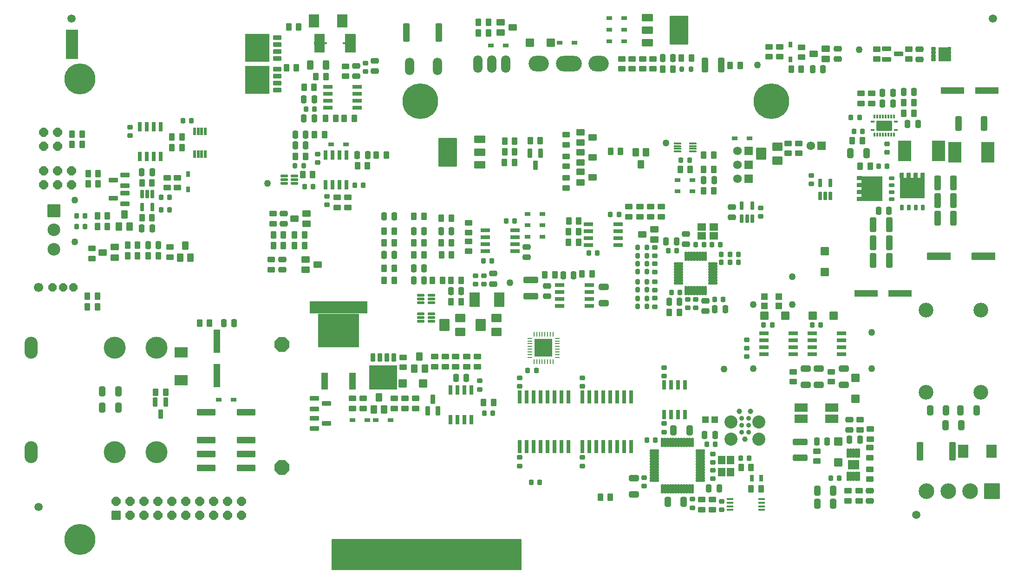
<source format=gbr>
%TF.GenerationSoftware,KiCad,Pcbnew,9.0.6-9.0.6~ubuntu24.04.1*%
%TF.CreationDate,2025-12-27T11:28:59+01:00*%
%TF.ProjectId,EEZ DIB DCP405plus,45455a20-4449-4422-9044-435034303570,r4B4*%
%TF.SameCoordinates,Original*%
%TF.FileFunction,Soldermask,Top*%
%TF.FilePolarity,Negative*%
%FSLAX46Y46*%
G04 Gerber Fmt 4.6, Leading zero omitted, Abs format (unit mm)*
G04 Created by KiCad (PCBNEW 9.0.6-9.0.6~ubuntu24.04.1) date 2025-12-27 11:28:59*
%MOMM*%
%LPD*%
G01*
G04 APERTURE LIST*
G04 Aperture macros list*
%AMRoundRect*
0 Rectangle with rounded corners*
0 $1 Rounding radius*
0 $2 $3 $4 $5 $6 $7 $8 $9 X,Y pos of 4 corners*
0 Add a 4 corners polygon primitive as box body*
4,1,4,$2,$3,$4,$5,$6,$7,$8,$9,$2,$3,0*
0 Add four circle primitives for the rounded corners*
1,1,$1+$1,$2,$3*
1,1,$1+$1,$4,$5*
1,1,$1+$1,$6,$7*
1,1,$1+$1,$8,$9*
0 Add four rect primitives between the rounded corners*
20,1,$1+$1,$2,$3,$4,$5,0*
20,1,$1+$1,$4,$5,$6,$7,0*
20,1,$1+$1,$6,$7,$8,$9,0*
20,1,$1+$1,$8,$9,$2,$3,0*%
%AMFreePoly0*
4,1,25,0.359640,0.808373,0.364542,0.803882,0.803882,0.364542,0.825910,0.317301,0.826200,0.310660,0.826200,-0.310660,0.808373,-0.359640,0.803882,-0.364542,0.364542,-0.803882,0.317301,-0.825910,0.310660,-0.826200,-0.310660,-0.826200,-0.359640,-0.808373,-0.364542,-0.803882,-0.803882,-0.364542,-0.825910,-0.317301,-0.826200,-0.310660,-0.826200,0.310660,-0.808373,0.359640,-0.803882,0.364542,
-0.364542,0.803882,-0.317301,0.825910,-0.310660,0.826200,0.310660,0.826200,0.359640,0.808373,0.359640,0.808373,$1*%
%AMFreePoly1*
4,1,25,0.328574,0.733373,0.333476,0.728882,0.728882,0.333476,0.750910,0.286235,0.751200,0.279594,0.751200,-0.279594,0.733373,-0.328574,0.728882,-0.333476,0.333476,-0.728882,0.286235,-0.750910,0.279594,-0.751200,-0.279594,-0.751200,-0.328574,-0.733373,-0.333476,-0.728882,-0.728882,-0.333476,-0.750910,-0.286235,-0.751200,-0.279594,-0.751200,0.279594,-0.733373,0.328574,-0.728882,0.333476,
-0.333476,0.728882,-0.286235,0.750910,-0.279594,0.751200,0.279594,0.751200,0.328574,0.733373,0.328574,0.733373,$1*%
%AMFreePoly2*
4,1,25,0.575031,1.328373,0.579933,1.323882,1.323882,0.579933,1.345910,0.532692,1.346200,0.526051,1.346200,-0.526051,1.328373,-0.575031,1.323882,-0.579933,0.579933,-1.323882,0.532692,-1.345910,0.526051,-1.346200,-0.526051,-1.346200,-0.575031,-1.328373,-0.579933,-1.323882,-1.323882,-0.579933,-1.345910,-0.532692,-1.346200,-0.526051,-1.346200,0.526051,-1.328373,0.575031,-1.323882,0.579933,
-0.579933,1.323882,-0.532692,1.345910,-0.526051,1.346200,0.526051,1.346200,0.575031,1.328373,0.575031,1.328373,$1*%
G04 Aperture macros list end*
%ADD10C,0.100000*%
%ADD11C,0.000000*%
%ADD12C,0.200000*%
%ADD13RoundRect,0.061553X-0.301947X0.776947X-0.301947X-0.776947X0.301947X-0.776947X0.301947X0.776947X0*%
%ADD14RoundRect,0.250000X-0.262500X-0.450000X0.262500X-0.450000X0.262500X0.450000X-0.262500X0.450000X0*%
%ADD15RoundRect,0.057285X2.101715X0.615815X-2.101715X0.615815X-2.101715X-0.615815X2.101715X-0.615815X0*%
%ADD16RoundRect,0.076200X0.571500X0.114300X-0.571500X0.114300X-0.571500X-0.114300X0.571500X-0.114300X0*%
%ADD17RoundRect,0.225000X0.250000X-0.225000X0.250000X0.225000X-0.250000X0.225000X-0.250000X-0.225000X0*%
%ADD18RoundRect,0.250000X0.262500X0.450000X-0.262500X0.450000X-0.262500X-0.450000X0.262500X-0.450000X0*%
%ADD19R,1.092200X0.762000*%
%ADD20RoundRect,0.250000X0.325000X1.100000X-0.325000X1.100000X-0.325000X-1.100000X0.325000X-1.100000X0*%
%ADD21RoundRect,0.225000X-0.225000X-0.250000X0.225000X-0.250000X0.225000X0.250000X-0.225000X0.250000X0*%
%ADD22RoundRect,0.057888X2.050312X0.564412X-2.050312X0.564412X-2.050312X-0.564412X2.050312X-0.564412X0*%
%ADD23RoundRect,0.250000X-0.450000X0.262500X-0.450000X-0.262500X0.450000X-0.262500X0.450000X0.262500X0*%
%ADD24O,1.676400X3.200400*%
%ADD25RoundRect,0.061553X0.776947X0.301947X-0.776947X0.301947X-0.776947X-0.301947X0.776947X-0.301947X0*%
%ADD26RoundRect,0.250000X-0.250000X-0.475000X0.250000X-0.475000X0.250000X0.475000X-0.250000X0.475000X0*%
%ADD27RoundRect,0.250000X-0.325000X-0.650000X0.325000X-0.650000X0.325000X0.650000X-0.325000X0.650000X0*%
%ADD28C,1.270000*%
%ADD29RoundRect,0.057888X-2.050312X-0.564412X2.050312X-0.564412X2.050312X0.564412X-2.050312X0.564412X0*%
%ADD30RoundRect,0.250000X-0.475000X0.250000X-0.475000X-0.250000X0.475000X-0.250000X0.475000X0.250000X0*%
%ADD31RoundRect,0.200000X-0.200000X-0.275000X0.200000X-0.275000X0.200000X0.275000X-0.200000X0.275000X0*%
%ADD32RoundRect,0.250000X0.325000X0.650000X-0.325000X0.650000X-0.325000X-0.650000X0.325000X-0.650000X0*%
%ADD33RoundRect,0.102000X0.800000X0.650000X-0.800000X0.650000X-0.800000X-0.650000X0.800000X-0.650000X0*%
%ADD34RoundRect,0.102000X0.800000X1.000000X-0.800000X1.000000X-0.800000X-1.000000X0.800000X-1.000000X0*%
%ADD35RoundRect,0.225000X0.225000X0.250000X-0.225000X0.250000X-0.225000X-0.250000X0.225000X-0.250000X0*%
%ADD36RoundRect,0.250000X-0.325000X-1.100000X0.325000X-1.100000X0.325000X1.100000X-0.325000X1.100000X0*%
%ADD37RoundRect,0.225000X-0.250000X0.225000X-0.250000X-0.225000X0.250000X-0.225000X0.250000X0.225000X0*%
%ADD38RoundRect,0.057573X0.971127X0.590127X-0.971127X0.590127X-0.971127X-0.590127X0.971127X-0.590127X0*%
%ADD39RoundRect,0.053238X1.610462X2.562962X-1.610462X2.562962X-1.610462X-2.562962X1.610462X-2.562962X0*%
%ADD40RoundRect,0.250000X0.450000X-0.262500X0.450000X0.262500X-0.450000X0.262500X-0.450000X-0.262500X0*%
%ADD41FreePoly0,0.000000*%
%ADD42RoundRect,0.055408X-0.708092X-0.708092X0.708092X-0.708092X0.708092X0.708092X-0.708092X0.708092X0*%
%ADD43RoundRect,0.250000X0.250000X0.475000X-0.250000X0.475000X-0.250000X-0.475000X0.250000X-0.475000X0*%
%ADD44RoundRect,0.200000X0.200000X0.275000X-0.200000X0.275000X-0.200000X-0.275000X0.200000X-0.275000X0*%
%ADD45RoundRect,0.057252X0.556248X-0.506248X0.556248X0.506248X-0.556248X0.506248X-0.556248X-0.506248X0*%
%ADD46RoundRect,0.066040X0.264160X-0.429260X0.264160X0.429260X-0.264160X0.429260X-0.264160X-0.429260X0*%
%ADD47RoundRect,0.063500X-0.317500X0.419100X-0.317500X-0.419100X0.317500X-0.419100X0.317500X0.419100X0*%
%ADD48R,4.445000X3.810000*%
%ADD49RoundRect,0.071582X0.753918X0.322118X-0.753918X0.322118X-0.753918X-0.322118X0.753918X-0.322118X0*%
%ADD50RoundRect,0.061553X0.301947X-0.776947X0.301947X0.776947X-0.301947X0.776947X-0.301947X-0.776947X0*%
%ADD51RoundRect,0.250000X0.362500X1.075000X-0.362500X1.075000X-0.362500X-1.075000X0.362500X-1.075000X0*%
%ADD52RoundRect,0.066842X-0.872958X-0.250658X0.872958X-0.250658X0.872958X0.250658X-0.872958X0.250658X0*%
%ADD53RoundRect,0.071582X-0.753918X-0.322118X0.753918X-0.322118X0.753918X0.322118X-0.753918X0.322118X0*%
%ADD54RoundRect,0.057252X0.506248X0.706248X-0.506248X0.706248X-0.506248X-0.706248X0.506248X-0.706248X0*%
%ADD55RoundRect,0.071582X-0.322118X0.753918X-0.322118X-0.753918X0.322118X-0.753918X0.322118X0.753918X0*%
%ADD56O,3.704000X2.844000*%
%ADD57O,4.704000X2.844000*%
%ADD58RoundRect,0.078509X0.734291X-0.137391X0.734291X0.137391X-0.734291X0.137391X-0.734291X-0.137391X0*%
%ADD59RoundRect,0.078509X-0.137391X-0.734291X0.137391X-0.734291X0.137391X0.734291X-0.137391X0.734291X0*%
%ADD60RoundRect,0.062345X0.280555X-1.156855X0.280555X1.156855X-0.280555X1.156855X-0.280555X-1.156855X0*%
%ADD61RoundRect,0.072571X0.181429X-0.619579X0.181429X0.619579X-0.181429X0.619579X-0.181429X-0.619579X0*%
%ADD62RoundRect,0.055408X-0.708092X0.708092X-0.708092X-0.708092X0.708092X-0.708092X0.708092X0.708092X0*%
%ADD63RoundRect,0.057252X-0.706248X0.506248X-0.706248X-0.506248X0.706248X-0.506248X0.706248X0.506248X0*%
%ADD64R,0.762000X1.295400*%
%ADD65RoundRect,0.072571X-0.587829X-0.181429X0.587829X-0.181429X0.587829X0.181429X-0.587829X0.181429X0*%
%ADD66RoundRect,0.061860X0.364340X0.714340X-0.364340X0.714340X-0.364340X-0.714340X0.364340X-0.714340X0*%
%ADD67RoundRect,0.052600X2.523600X2.173600X-2.523600X2.173600X-2.523600X-2.173600X2.523600X-2.173600X0*%
%ADD68RoundRect,0.054384X-1.109116X0.909116X-1.109116X-0.909116X1.109116X-0.909116X1.109116X0.909116X0*%
%ADD69RoundRect,0.102000X0.700000X-0.600000X0.700000X0.600000X-0.700000X0.600000X-0.700000X-0.600000X0*%
%ADD70RoundRect,0.250000X0.475000X-0.250000X0.475000X0.250000X-0.475000X0.250000X-0.475000X-0.250000X0*%
%ADD71RoundRect,0.062345X0.280555X-0.661555X0.280555X0.661555X-0.280555X0.661555X-0.280555X-0.661555X0*%
%ADD72C,2.387600*%
%ADD73C,0.990600*%
%ADD74RoundRect,0.457200X0.000010X-0.000010X0.000010X0.000010X-0.000010X0.000010X-0.000010X-0.000010X0*%
%ADD75RoundRect,0.083058X-0.293142X0.113142X-0.293142X-0.113142X0.293142X-0.113142X0.293142X0.113142X0*%
%ADD76RoundRect,0.083058X-0.113142X-0.293142X0.113142X-0.293142X0.113142X0.293142X-0.113142X0.293142X0*%
%ADD77RoundRect,0.083058X0.113142X0.293142X-0.113142X0.293142X-0.113142X-0.293142X0.113142X-0.293142X0*%
%ADD78RoundRect,0.083058X0.293142X-0.113142X0.293142X0.113142X-0.293142X0.113142X-0.293142X-0.113142X0*%
%ADD79RoundRect,0.055354X-1.370846X0.870846X-1.370846X-0.870846X1.370846X-0.870846X1.370846X0.870846X0*%
%ADD80RoundRect,0.250000X-0.650000X0.325000X-0.650000X-0.325000X0.650000X-0.325000X0.650000X0.325000X0*%
%ADD81RoundRect,0.076200X0.750000X0.750000X-0.750000X0.750000X-0.750000X-0.750000X0.750000X-0.750000X0*%
%ADD82FreePoly0,180.000000*%
%ADD83RoundRect,0.055408X0.708092X-0.708092X0.708092X0.708092X-0.708092X0.708092X-0.708092X-0.708092X0*%
%ADD84C,1.500000*%
%ADD85RoundRect,0.057252X-0.506248X-0.706248X0.506248X-0.706248X0.506248X0.706248X-0.506248X0.706248X0*%
%ADD86RoundRect,0.102000X-1.050000X1.050000X-1.050000X-1.050000X1.050000X-1.050000X1.050000X1.050000X0*%
%ADD87C,2.304000*%
%ADD88RoundRect,0.057252X-0.506248X-0.556248X0.506248X-0.556248X0.506248X0.556248X-0.506248X0.556248X0*%
%ADD89RoundRect,0.061553X-0.776947X-0.301947X0.776947X-0.301947X0.776947X0.301947X-0.776947X0.301947X0*%
%ADD90RoundRect,0.071582X0.322118X-0.753918X0.322118X0.753918X-0.322118X0.753918X-0.322118X-0.753918X0*%
%ADD91RoundRect,0.250000X0.650000X-0.325000X0.650000X0.325000X-0.650000X0.325000X-0.650000X-0.325000X0*%
%ADD92RoundRect,0.250000X-0.362500X-1.425000X0.362500X-1.425000X0.362500X1.425000X-0.362500X1.425000X0*%
%ADD93RoundRect,0.058542X-1.597658X-0.517658X1.597658X-0.517658X1.597658X0.517658X-1.597658X0.517658X0*%
%ADD94RoundRect,0.061860X0.714340X-0.364340X0.714340X0.364340X-0.714340X0.364340X-0.714340X-0.364340X0*%
%ADD95RoundRect,0.052600X2.173600X-2.523600X2.173600X2.523600X-2.173600X2.523600X-2.173600X-2.523600X0*%
%ADD96RoundRect,0.250000X0.362500X1.425000X-0.362500X1.425000X-0.362500X-1.425000X0.362500X-1.425000X0*%
%ADD97R,0.762000X1.092200*%
%ADD98RoundRect,0.057252X0.706248X-0.506248X0.706248X0.506248X-0.706248X0.506248X-0.706248X-0.506248X0*%
%ADD99RoundRect,0.102000X-0.600000X-0.700000X0.600000X-0.700000X0.600000X0.700000X-0.600000X0.700000X0*%
%ADD100C,1.700000*%
%ADD101FreePoly1,180.000000*%
%ADD102C,5.652400*%
%ADD103RoundRect,0.057888X-0.564412X2.050312X-0.564412X-2.050312X0.564412X-2.050312X0.564412X2.050312X0*%
%ADD104RoundRect,0.066040X0.429260X0.264160X-0.429260X0.264160X-0.429260X-0.264160X0.429260X-0.264160X0*%
%ADD105RoundRect,0.063500X-0.419100X-0.317500X0.419100X-0.317500X0.419100X0.317500X-0.419100X0.317500X0*%
%ADD106R,3.810000X4.445000*%
%ADD107RoundRect,0.102000X1.320000X1.320000X-1.320000X1.320000X-1.320000X-1.320000X1.320000X-1.320000X0*%
%ADD108C,2.844000*%
%ADD109RoundRect,0.102000X-0.350000X-0.210000X0.350000X-0.210000X0.350000X0.210000X-0.350000X0.210000X0*%
%ADD110RoundRect,0.102000X-0.850000X-1.185000X0.850000X-1.185000X0.850000X1.185000X-0.850000X1.185000X0*%
%ADD111RoundRect,0.102000X-0.225000X-0.210000X0.225000X-0.210000X0.225000X0.210000X-0.225000X0.210000X0*%
%ADD112RoundRect,0.076200X0.419100X0.254000X-0.419100X0.254000X-0.419100X-0.254000X0.419100X-0.254000X0*%
%ADD113RoundRect,0.076200X0.889000X0.673100X-0.889000X0.673100X-0.889000X-0.673100X0.889000X-0.673100X0*%
%ADD114RoundRect,0.081280X0.629920X0.121920X-0.629920X0.121920X-0.629920X-0.121920X0.629920X-0.121920X0*%
%ADD115RoundRect,0.076200X-0.889000X-0.673100X0.889000X-0.673100X0.889000X0.673100X-0.889000X0.673100X0*%
%ADD116RoundRect,0.076200X-0.419100X-0.254000X0.419100X-0.254000X0.419100X0.254000X-0.419100X0.254000X0*%
%ADD117RoundRect,0.081280X-0.629920X-0.121920X0.629920X-0.121920X0.629920X0.121920X-0.629920X0.121920X0*%
%ADD118RoundRect,0.102000X0.679000X0.679000X-0.679000X0.679000X-0.679000X-0.679000X0.679000X-0.679000X0*%
%ADD119C,1.562000*%
%ADD120RoundRect,0.250000X-1.100000X0.325000X-1.100000X-0.325000X1.100000X-0.325000X1.100000X0.325000X0*%
%ADD121RoundRect,0.054384X0.909116X1.109116X-0.909116X1.109116X-0.909116X-1.109116X0.909116X-1.109116X0*%
%ADD122R,1.300000X3.100000*%
%ADD123R,10.600000X2.250000*%
%ADD124R,7.500000X6.200000*%
%ADD125RoundRect,0.056330X-1.169870X-0.719870X1.169870X-0.719870X1.169870X0.719870X-1.169870X0.719870X0*%
%ADD126RoundRect,0.054166X1.172034X-1.772034X1.172034X1.772034X-1.172034X1.772034X-1.172034X-1.772034X0*%
%ADD127RoundRect,0.055408X0.708092X0.708092X-0.708092X0.708092X-0.708092X-0.708092X0.708092X-0.708092X0*%
%ADD128RoundRect,0.062345X-0.280555X0.661555X-0.280555X-0.661555X0.280555X-0.661555X0.280555X0.661555X0*%
%ADD129FreePoly2,0.000000*%
%ADD130RoundRect,0.057573X-0.971127X-0.590127X0.971127X-0.590127X0.971127X0.590127X-0.971127X0.590127X0*%
%ADD131RoundRect,0.053238X-1.610462X-2.562962X1.610462X-2.562962X1.610462X2.562962X-1.610462X2.562962X0*%
%ADD132C,2.692400*%
%ADD133RoundRect,0.078509X0.137391X-0.772391X0.137391X0.772391X-0.137391X0.772391X-0.137391X-0.772391X0*%
%ADD134RoundRect,0.055716X0.960284X-0.807884X0.960284X0.807884X-0.960284X0.807884X-0.960284X-0.807884X0*%
%ADD135RoundRect,0.250000X0.312500X0.625000X-0.312500X0.625000X-0.312500X-0.625000X0.312500X-0.625000X0*%
%ADD136R,0.914400X0.254000*%
%ADD137R,0.254000X0.914400*%
%ADD138R,3.251200X3.251200*%
%ADD139RoundRect,0.058000X-0.764000X-0.174000X0.764000X-0.174000X0.764000X0.174000X-0.764000X0.174000X0*%
%ADD140RoundRect,0.058000X-0.174000X-0.764000X0.174000X-0.764000X0.174000X0.764000X-0.174000X0.764000X0*%
%ADD141C,4.000000*%
%ADD142O,2.400000X4.000000*%
%ADD143RoundRect,0.054384X-0.909116X-1.109116X0.909116X-1.109116X0.909116X1.109116X-0.909116X1.109116X0*%
%ADD144C,6.500000*%
%ADD145R,1.168400X0.304800*%
G04 APERTURE END LIST*
D10*
X66998850Y-53955950D02*
X69094350Y-53955950D01*
X69094350Y-59226450D01*
X66998850Y-59226450D01*
X66998850Y-53955950D01*
G36*
X66998850Y-53955950D02*
G01*
X69094350Y-53955950D01*
X69094350Y-59226450D01*
X66998850Y-59226450D01*
X66998850Y-53955950D01*
G37*
D11*
%TO.C,Q5*%
G36*
X219712588Y-80976482D02*
G01*
X220347588Y-80976482D01*
X220347588Y-80163682D01*
X220982588Y-80163682D01*
X220982588Y-80976482D01*
X221617588Y-80976482D01*
X221617588Y-80163682D01*
X222252588Y-80163682D01*
X222252588Y-80976482D01*
X222887588Y-80976482D01*
X222887588Y-80163682D01*
X223522588Y-80163682D01*
X223522588Y-84761091D01*
X219077588Y-84761091D01*
X219077588Y-80163682D01*
X219712588Y-80163682D01*
X219712588Y-80976482D01*
G37*
D12*
%TO.C,X1*%
X149950000Y-152450000D02*
X115450000Y-152450000D01*
X115450000Y-146950000D01*
X149950000Y-146950000D01*
X149950000Y-152450000D01*
G36*
X149950000Y-152450000D02*
G01*
X115450000Y-152450000D01*
X115450000Y-146950000D01*
X149950000Y-146950000D01*
X149950000Y-152450000D01*
G37*
D11*
%TO.C,Q4*%
G36*
X215834897Y-85209782D02*
G01*
X211237488Y-85209782D01*
X211237488Y-84574782D01*
X212050288Y-84574782D01*
X212050288Y-83939782D01*
X211237488Y-83939782D01*
X211237488Y-83304782D01*
X212050288Y-83304782D01*
X212050288Y-82669782D01*
X211237488Y-82669782D01*
X211237488Y-82034782D01*
X212050288Y-82034782D01*
X212050288Y-81399782D01*
X211237488Y-81399782D01*
X211237488Y-80764782D01*
X215834897Y-80764782D01*
X215834897Y-85209782D01*
G37*
%TO.C,R93*%
D10*
X119746600Y-58030500D02*
X117905100Y-58030500D01*
X117905100Y-54855500D01*
X119746600Y-54855500D01*
X119746600Y-58030500D01*
%TD*%
D13*
%TO.C,IC27*%
X140906400Y-119717300D03*
X139636400Y-119717300D03*
X138366400Y-119717300D03*
X137096400Y-119717300D03*
X137096400Y-125117300D03*
X138366400Y-125117300D03*
X139636400Y-125117300D03*
X140906400Y-125117300D03*
%TD*%
D14*
%TO.C,R72*%
X142195600Y-52633000D03*
X144020600Y-52633000D03*
%TD*%
D15*
%TO.C,C81*%
X234317588Y-95306282D03*
X226189588Y-95306282D03*
%TD*%
D16*
%TO.C,IC8*%
X181246200Y-76204900D03*
X181246200Y-75704900D03*
X181246200Y-75204900D03*
X181246200Y-74704900D03*
X178503000Y-74704900D03*
X178503000Y-75204900D03*
X178503000Y-75704900D03*
X178503000Y-76204900D03*
%TD*%
D17*
%TO.C,C21*%
X176030000Y-127380000D03*
X176030000Y-125830000D03*
%TD*%
D18*
%TO.C,R74*%
X125397500Y-76849900D03*
X123572500Y-76849900D03*
%TD*%
D19*
%TO.C,D3*%
X178498100Y-83453900D03*
X181215900Y-83453900D03*
%TD*%
D14*
%TO.C,R73*%
X142195600Y-54595150D03*
X144020600Y-54595150D03*
%TD*%
D20*
%TO.C,C91*%
X186435500Y-60466900D03*
X183485500Y-60466900D03*
%TD*%
D21*
%TO.C,JP3*%
X151790554Y-136568815D03*
X153340554Y-136568815D03*
%TD*%
D22*
%TO.C,C83*%
X234838288Y-65080282D03*
X228589888Y-65080282D03*
%TD*%
D23*
%TO.C,R60*%
X172110000Y-59302900D03*
X172110000Y-61127900D03*
%TD*%
D24*
%TO.C,R77*%
X134726100Y-60697500D03*
X129646100Y-60697500D03*
%TD*%
D23*
%TO.C,R30*%
X213529600Y-130206500D03*
X213529600Y-132031500D03*
%TD*%
D14*
%TO.C,R22*%
X70893300Y-104521000D03*
X72718300Y-104521000D03*
%TD*%
%TO.C,R53*%
X175769500Y-61165400D03*
X177594500Y-61165400D03*
%TD*%
D25*
%TO.C,IC17*%
X120096950Y-68249000D03*
X120096950Y-66979000D03*
X120096950Y-65709000D03*
X120096950Y-64439000D03*
X114696950Y-64439000D03*
X114696950Y-65709000D03*
X114696950Y-66979000D03*
X114696950Y-68249000D03*
%TD*%
D26*
%TO.C,C102*%
X135369950Y-90733000D03*
X137269950Y-90733000D03*
%TD*%
D27*
%TO.C,C26*%
X176670000Y-140080000D03*
X179620000Y-140080000D03*
%TD*%
D28*
%TO.C,TP2*%
X147900000Y-100160000D03*
%TD*%
D21*
%TO.C,JP1*%
X188030000Y-96390000D03*
X189580000Y-96390000D03*
X186480000Y-96390000D03*
%TD*%
D29*
%TO.C,C76*%
X212824688Y-102045782D03*
X219073088Y-102045782D03*
%TD*%
D18*
%TO.C,R126*%
X69937000Y-73025000D03*
X68112000Y-73025000D03*
%TD*%
D14*
%TO.C,R95*%
X124993600Y-99686500D03*
X126818600Y-99686500D03*
%TD*%
D30*
%TO.C,C99*%
X150964500Y-93616400D03*
X150964500Y-95516400D03*
%TD*%
D31*
%TO.C,R69*%
X108699800Y-78765400D03*
X110349800Y-78765400D03*
%TD*%
D23*
%TO.C,R24*%
X203923500Y-130864900D03*
X203923500Y-132689900D03*
%TD*%
D32*
%TO.C,C37*%
X206876600Y-140453500D03*
X203926600Y-140453500D03*
%TD*%
D33*
%TO.C,RV1*%
X196649000Y-77831000D03*
D34*
X193749000Y-76581000D03*
D33*
X196649000Y-75331000D03*
%TD*%
D35*
%TO.C,JP12*%
X144791900Y-123966700D03*
X143241900Y-123966700D03*
%TD*%
%TO.C,C89*%
X112295000Y-68440000D03*
X110745000Y-68440000D03*
%TD*%
D36*
%TO.C,C71*%
X214110088Y-96068282D03*
X217060088Y-96068282D03*
%TD*%
D26*
%TO.C,C69*%
X215841588Y-65524782D03*
X217741588Y-65524782D03*
%TD*%
D37*
%TO.C,C18*%
X149733000Y-117462000D03*
X149733000Y-119012000D03*
%TD*%
D19*
%TO.C,D15*%
X159689400Y-56402900D03*
X156971600Y-56402900D03*
%TD*%
D18*
%TO.C,R97*%
X126818450Y-90733000D03*
X124993450Y-90733000D03*
%TD*%
D19*
%TO.C,D21*%
X97561400Y-121467000D03*
X94843600Y-121467000D03*
%TD*%
D37*
%TO.C,C17*%
X161086800Y-117462000D03*
X161086800Y-119012000D03*
%TD*%
D28*
%TO.C,TP12*%
X193040000Y-60452000D03*
%TD*%
D38*
%TO.C,Q15*%
X142378000Y-78629900D03*
X142378000Y-76318500D03*
D39*
X136612200Y-76318500D03*
D38*
X142378000Y-74007100D03*
%TD*%
D40*
%TO.C,R47*%
X197121200Y-58943000D03*
X197121200Y-57118000D03*
%TD*%
D14*
%TO.C,R62*%
X112269500Y-73130800D03*
X114094500Y-73130800D03*
%TD*%
D41*
%TO.C,LED2*%
X65470000Y-79730000D03*
X65470000Y-82270000D03*
X62930000Y-79730000D03*
X62930000Y-82270000D03*
X68010000Y-79730000D03*
X68010000Y-82270000D03*
%TD*%
D42*
%TO.C,ZD7*%
X132125800Y-118474000D03*
X128325800Y-118474000D03*
%TD*%
D18*
%TO.C,R36*%
X221560388Y-69254382D03*
X219735388Y-69254382D03*
%TD*%
D14*
%TO.C,R81*%
X110388450Y-64507500D03*
X112213450Y-64507500D03*
%TD*%
D43*
%TO.C,C5*%
X178280000Y-92560000D03*
X176380000Y-92560000D03*
%TD*%
%TO.C,C108*%
X132253450Y-97527500D03*
X130353450Y-97527500D03*
%TD*%
D44*
%TO.C,R54*%
X180936000Y-61165400D03*
X179286000Y-61165400D03*
%TD*%
D45*
%TO.C,FB2*%
X194310000Y-104380400D03*
X194310000Y-102680400D03*
%TD*%
D21*
%TO.C,C57*%
X151167800Y-116128800D03*
X152717800Y-116128800D03*
%TD*%
D26*
%TO.C,C86*%
X110350950Y-70159000D03*
X112250950Y-70159000D03*
%TD*%
D46*
%TO.C,Q5*%
X219395088Y-86407782D03*
X220665088Y-86407782D03*
X221935088Y-86407782D03*
X223205088Y-86407782D03*
D47*
X223205088Y-80582782D03*
X221935088Y-80582782D03*
X220665088Y-80582782D03*
D48*
X221300088Y-82860282D03*
D47*
X219395088Y-80582782D03*
%TD*%
D49*
%TO.C,Q26*%
X77766400Y-85725700D03*
X77766400Y-83795300D03*
X75607400Y-84760500D03*
%TD*%
D50*
%TO.C,IC4*%
X176040000Y-124200000D03*
X177310000Y-124200000D03*
X178580000Y-124200000D03*
X179850000Y-124200000D03*
X179850000Y-118800000D03*
X178580000Y-118800000D03*
X177310000Y-118800000D03*
X176040000Y-118800000D03*
%TD*%
D23*
%TO.C,R131*%
X140022400Y-113630800D03*
X140022400Y-115455800D03*
%TD*%
D28*
%TO.C,TP3*%
X199390000Y-99060000D03*
%TD*%
D43*
%TO.C,C100*%
X139024000Y-101667700D03*
X137124000Y-101667700D03*
%TD*%
D26*
%TO.C,C127*%
X183245000Y-81421900D03*
X185145000Y-81421900D03*
%TD*%
D37*
%TO.C,C29*%
X181190000Y-139620000D03*
X181190000Y-141170000D03*
%TD*%
D23*
%TO.C,R111*%
X104423900Y-95916500D03*
X104423900Y-97741500D03*
%TD*%
D32*
%TO.C,C121*%
X76517500Y-119951500D03*
X73567500Y-119951500D03*
%TD*%
D14*
%TO.C,R71*%
X137161500Y-103646900D03*
X138986500Y-103646900D03*
%TD*%
%TO.C,R27*%
X161047500Y-98506600D03*
X162872500Y-98506600D03*
%TD*%
D20*
%TO.C,C80*%
X228807588Y-85146282D03*
X225857588Y-85146282D03*
%TD*%
D51*
%TO.C,R45*%
X234344088Y-71112782D03*
X229719088Y-71112782D03*
%TD*%
D52*
%TO.C,IC7*%
X141490300Y-102237200D03*
X141490300Y-102872200D03*
X141490300Y-103532600D03*
X141490300Y-104167600D03*
X145960700Y-104167600D03*
X145960700Y-103532600D03*
X145960700Y-102872200D03*
X145960700Y-102237200D03*
%TD*%
D53*
%TO.C,Q1*%
X112310600Y-121200300D03*
X112310600Y-123130700D03*
X114469600Y-122165500D03*
%TD*%
D54*
%TO.C,Q13*%
X172760100Y-76317050D03*
X171810100Y-78517050D03*
X170860100Y-76317050D03*
%TD*%
D28*
%TO.C,TP5*%
X192278000Y-104140000D03*
%TD*%
D21*
%TO.C,C104*%
X110505000Y-82590000D03*
X112055000Y-82590000D03*
%TD*%
D17*
%TO.C,C4*%
X174351027Y-98214195D03*
X174351027Y-96664195D03*
%TD*%
D37*
%TO.C,C1*%
X174351027Y-99976595D03*
X174351027Y-101526595D03*
%TD*%
D55*
%TO.C,Q3*%
X153502921Y-76521700D03*
X151572521Y-76521700D03*
X152537721Y-78680700D03*
%TD*%
D56*
%TO.C,Q14*%
X164098000Y-60212900D03*
D57*
X158648000Y-60212900D03*
D56*
X153198000Y-60212900D03*
%TD*%
D23*
%TO.C,R140*%
X121175200Y-121240300D03*
X121175200Y-123065300D03*
%TD*%
D18*
%TO.C,R87*%
X137272000Y-95074400D03*
X135447000Y-95074400D03*
%TD*%
D30*
%TO.C,C88*%
X123310000Y-59660000D03*
X123310000Y-61560000D03*
%TD*%
D43*
%TO.C,C125*%
X139956400Y-117527800D03*
X138056400Y-117527800D03*
%TD*%
D17*
%TO.C,C15*%
X181820000Y-104734195D03*
X181820000Y-103184195D03*
%TD*%
D37*
%TO.C,JP6*%
X191071500Y-112077500D03*
X191071500Y-113627500D03*
X191071500Y-110527500D03*
%TD*%
D44*
%TO.C,R3*%
X172890027Y-95211295D03*
X171240027Y-95211295D03*
%TD*%
D58*
%TO.C,IC5*%
X182651400Y-136245600D03*
X182651400Y-135763000D03*
X182651400Y-135255000D03*
X182651400Y-134747000D03*
X182651400Y-134264400D03*
X182651400Y-133756400D03*
X182651400Y-133248400D03*
X182651400Y-132740400D03*
X182651400Y-132257800D03*
X182651400Y-131749800D03*
X182651400Y-131241800D03*
X182651400Y-130759200D03*
D59*
X181178200Y-129286000D03*
X180695600Y-129286000D03*
X180187600Y-129286000D03*
X179679600Y-129286000D03*
X179197000Y-129286000D03*
X178689000Y-129286000D03*
X178181000Y-129286000D03*
X177673000Y-129286000D03*
X177190400Y-129286000D03*
X176682400Y-129286000D03*
X176174400Y-129286000D03*
X175691800Y-129286000D03*
D58*
X174218600Y-130759200D03*
X174218600Y-131241800D03*
X174218600Y-131749800D03*
X174218600Y-132257800D03*
X174218600Y-132740400D03*
X174218600Y-133248400D03*
X174218600Y-133756400D03*
X174218600Y-134264400D03*
X174218600Y-134747000D03*
X174218600Y-135255000D03*
X174218600Y-135763000D03*
X174218600Y-136245600D03*
D59*
X175691800Y-137718800D03*
X176174400Y-137718800D03*
X176682400Y-137718800D03*
X177190400Y-137718800D03*
X177673000Y-137718800D03*
X178181000Y-137718800D03*
X178689000Y-137718800D03*
X179197000Y-137718800D03*
X179679600Y-137718800D03*
X180187600Y-137718800D03*
X180695600Y-137718800D03*
X181178200Y-137718800D03*
%TD*%
D40*
%TO.C,R56*%
X168300000Y-61127900D03*
X168300000Y-59302900D03*
%TD*%
%TO.C,R10*%
X184810000Y-141512500D03*
X184810000Y-139687500D03*
%TD*%
D60*
%TO.C,IC2*%
X161086800Y-130022600D03*
X162356800Y-130022600D03*
X163626800Y-130022600D03*
X164896800Y-130022600D03*
X166166800Y-130022600D03*
X167436800Y-130022600D03*
X168706800Y-130022600D03*
X169976800Y-130022600D03*
X169976800Y-120980200D03*
X168706800Y-120980200D03*
X167436800Y-120980200D03*
X166166800Y-120980200D03*
X164896800Y-120980200D03*
X163626800Y-120980200D03*
X162356800Y-120980200D03*
X161086800Y-120980200D03*
%TD*%
D18*
%TO.C,R65*%
X138986500Y-99699200D03*
X137161500Y-99699200D03*
%TD*%
D17*
%TO.C,C11*%
X161086800Y-133540800D03*
X161086800Y-131990800D03*
%TD*%
D14*
%TO.C,R118*%
X91340300Y-107467400D03*
X93165300Y-107467400D03*
%TD*%
D40*
%TO.C,R124*%
X173570500Y-88112900D03*
X173570500Y-86287900D03*
%TD*%
D61*
%TO.C,IC21*%
X90423000Y-76655750D03*
X91073000Y-76655750D03*
X91723000Y-76655750D03*
X92373000Y-76655750D03*
X92373000Y-72528250D03*
X91723000Y-72528250D03*
X91073000Y-72528250D03*
X90423000Y-72528250D03*
%TD*%
D62*
%TO.C,D9*%
X205333600Y-98200000D03*
X205333600Y-94400000D03*
%TD*%
D40*
%TO.C,R133*%
X141990900Y-115455800D03*
X141990900Y-113630800D03*
%TD*%
D36*
%TO.C,C72*%
X214110088Y-92829782D03*
X217060088Y-92829782D03*
%TD*%
D63*
%TO.C,Q9*%
X160804100Y-72676100D03*
X163004100Y-73626100D03*
X160804100Y-74576100D03*
%TD*%
D37*
%TO.C,C40*%
X143154000Y-98871400D03*
X143154000Y-100421400D03*
%TD*%
D21*
%TO.C,C93*%
X147228950Y-88891500D03*
X148778950Y-88891500D03*
%TD*%
D64*
%TO.C,D1*%
X193715500Y-135750000D03*
X192064500Y-135750000D03*
%TD*%
D18*
%TO.C,R117*%
X88119500Y-73512500D03*
X86294500Y-73512500D03*
%TD*%
%TO.C,R75*%
X116163150Y-70171700D03*
X114338150Y-70171700D03*
%TD*%
D40*
%TO.C,R17*%
X211561100Y-139905500D03*
X211561100Y-138080500D03*
%TD*%
D43*
%TO.C,C115*%
X82696000Y-79989500D03*
X80796000Y-79989500D03*
%TD*%
D44*
%TO.C,R2*%
X172889527Y-99984195D03*
X171239527Y-99984195D03*
%TD*%
D65*
%TO.C,IC24*%
X131690800Y-102429700D03*
X131690800Y-103090100D03*
X131690800Y-103750500D03*
X133570400Y-103750500D03*
X133570400Y-103090100D03*
X133570400Y-102429700D03*
%TD*%
D18*
%TO.C,R66*%
X121960700Y-78833100D03*
X120135700Y-78833100D03*
%TD*%
D19*
%TO.C,D14*%
X151147200Y-89653500D03*
X153865000Y-89653500D03*
%TD*%
D26*
%TO.C,C97*%
X108776150Y-73130800D03*
X110676150Y-73130800D03*
%TD*%
D66*
%TO.C,Q31*%
X126720600Y-113766600D03*
X125450600Y-113766600D03*
X124180600Y-113766600D03*
X122910600Y-113766600D03*
D67*
X124815600Y-117416600D03*
%TD*%
D32*
%TO.C,C61*%
X230252800Y-126161800D03*
X227302800Y-126161800D03*
%TD*%
D40*
%TO.C,R114*%
X85416300Y-82819700D03*
X85416300Y-80994700D03*
%TD*%
D68*
%TO.C,ZD6*%
X88011000Y-117929500D03*
X88011000Y-112829500D03*
%TD*%
D14*
%TO.C,R135*%
X143110400Y-122010900D03*
X144935400Y-122010900D03*
%TD*%
D69*
%TO.C,Y1*%
X182849479Y-91566721D03*
X185049479Y-91566721D03*
X185049479Y-89966721D03*
X182849479Y-89966721D03*
%TD*%
D70*
%TO.C,C10*%
X180041942Y-93150000D03*
X180041942Y-91250000D03*
%TD*%
D18*
%TO.C,R96*%
X109012500Y-60932300D03*
X107187500Y-60932300D03*
%TD*%
D71*
%TO.C,IC10*%
X204434000Y-84328000D03*
X205384000Y-84328000D03*
X206334000Y-84328000D03*
X206334000Y-81940400D03*
X204434000Y-81940400D03*
%TD*%
D72*
%TO.C,X2*%
X188240000Y-128690000D03*
D73*
X190780000Y-128690000D03*
D72*
X193320000Y-128690000D03*
X188240000Y-125515000D03*
X193320000Y-125515000D03*
D73*
X189764000Y-123610000D03*
X191796000Y-123610000D03*
D74*
X191415000Y-127420000D03*
X190145000Y-127420000D03*
X191415000Y-126150000D03*
X190145000Y-126150000D03*
X191415000Y-124880000D03*
X190145000Y-124880000D03*
%TD*%
D32*
%TO.C,C63*%
X227453200Y-123451000D03*
X224503200Y-123451000D03*
%TD*%
D75*
%TO.C,IC16*%
X218306588Y-70743782D03*
D76*
X217906588Y-69843782D03*
X217406588Y-69843782D03*
X216906588Y-69843782D03*
X216406588Y-69843782D03*
X215906585Y-69843782D03*
X215406588Y-69843782D03*
X214906588Y-69843782D03*
D77*
X214406588Y-69843782D03*
D75*
X214006588Y-70743782D03*
D78*
X214006588Y-72243782D03*
D77*
X214406588Y-73143782D03*
X214906588Y-73143782D03*
X215406588Y-73143782D03*
X215906588Y-73143782D03*
X216406591Y-73143782D03*
X216906588Y-73143782D03*
X217406588Y-73143782D03*
X217906591Y-73143782D03*
D78*
X218306588Y-72243782D03*
D79*
X216156588Y-71493782D03*
%TD*%
D35*
%TO.C,C45*%
X180649600Y-77753600D03*
X179099600Y-77753600D03*
%TD*%
D14*
%TO.C,R61*%
X108807300Y-77074150D03*
X110632300Y-77074150D03*
%TD*%
D80*
%TO.C,C34*%
X170536350Y-135813050D03*
X170536350Y-138763050D03*
%TD*%
D44*
%TO.C,R1*%
X172889527Y-101444795D03*
X171239527Y-101444795D03*
%TD*%
D28*
%TO.C,TP9*%
X213868000Y-115824000D03*
%TD*%
D18*
%TO.C,R108*%
X110475000Y-91391400D03*
X108650000Y-91391400D03*
%TD*%
D23*
%TO.C,R58*%
X174015000Y-59302900D03*
X174015000Y-61127900D03*
%TD*%
D19*
%TO.C,D8*%
X188870000Y-73840000D03*
X191587800Y-73840000D03*
%TD*%
D26*
%TO.C,C66*%
X219717888Y-65317382D03*
X221617888Y-65317382D03*
%TD*%
D30*
%TO.C,C38*%
X213529600Y-138043000D03*
X213529600Y-139943000D03*
%TD*%
D14*
%TO.C,R13*%
X190047500Y-133840000D03*
X191872500Y-133840000D03*
%TD*%
D43*
%TO.C,C62*%
X222302654Y-71199682D03*
X220402654Y-71199682D03*
%TD*%
D23*
%TO.C,R142*%
X134172200Y-113630800D03*
X134172200Y-115455800D03*
%TD*%
D43*
%TO.C,C119*%
X97647800Y-107467400D03*
X95747800Y-107467400D03*
%TD*%
D81*
%TO.C,X5*%
X76140000Y-142540000D03*
D82*
X76140000Y-140000000D03*
X78680000Y-142540000D03*
X78680000Y-140000000D03*
X81220000Y-142540000D03*
X81220000Y-140000000D03*
X83760000Y-142540000D03*
X83760000Y-140000000D03*
X86300000Y-142540000D03*
X86300000Y-140000000D03*
X88840000Y-142540000D03*
X88840000Y-140000000D03*
X91380000Y-142540000D03*
X91380000Y-140000000D03*
X93920000Y-142540000D03*
X93920000Y-140000000D03*
X96460000Y-142540000D03*
X96460000Y-140000000D03*
X99000000Y-142540000D03*
X99000000Y-140000000D03*
%TD*%
D83*
%TO.C,D5*%
X210883500Y-117480000D03*
X210883500Y-121280000D03*
%TD*%
D18*
%TO.C,R121*%
X72842500Y-82140000D03*
X71017500Y-82140000D03*
%TD*%
D20*
%TO.C,C78*%
X228807588Y-81907782D03*
X225857588Y-81907782D03*
%TD*%
D40*
%TO.C,R99*%
X71695400Y-95720900D03*
X71695400Y-93895900D03*
%TD*%
D43*
%TO.C,C31*%
X186090600Y-137617200D03*
X184190600Y-137617200D03*
%TD*%
%TO.C,C112*%
X83830200Y-93281500D03*
X81930200Y-93281500D03*
%TD*%
D17*
%TO.C,C95*%
X112880000Y-78235000D03*
X112880000Y-76685000D03*
%TD*%
D30*
%TO.C,C79*%
X222564600Y-57519000D03*
X222564600Y-59419000D03*
%TD*%
D23*
%TO.C,R123*%
X169633500Y-86287900D03*
X169633500Y-88112900D03*
%TD*%
D19*
%TO.C,D16*%
X118021100Y-74930000D03*
X115303300Y-74930000D03*
%TD*%
D18*
%TO.C,R80*%
X119555500Y-70171700D03*
X117730500Y-70171700D03*
%TD*%
D14*
%TO.C,R32*%
X146939050Y-78198100D03*
X148764050Y-78198100D03*
%TD*%
D17*
%TO.C,C90*%
X121570400Y-61597850D03*
X121570400Y-60047850D03*
%TD*%
D84*
%TO.C,FM2*%
X236000000Y-52000000D03*
%TD*%
D71*
%TO.C,IC15*%
X190208600Y-88448400D03*
X191158600Y-88448400D03*
X192108600Y-88448400D03*
X192108600Y-86060800D03*
X190208600Y-86060800D03*
%TD*%
D63*
%TO.C,Q11*%
X160810300Y-79927800D03*
X163010300Y-80877800D03*
X160810300Y-81827800D03*
%TD*%
D44*
%TO.C,R6*%
X172889027Y-104460295D03*
X171239027Y-104460295D03*
%TD*%
D26*
%TO.C,C109*%
X124955950Y-95051000D03*
X126855950Y-95051000D03*
%TD*%
D14*
%TO.C,R130*%
X158624500Y-90847300D03*
X160449500Y-90847300D03*
%TD*%
D19*
%TO.C,D11*%
X168768600Y-56148900D03*
X166050800Y-56148900D03*
%TD*%
D85*
%TO.C,Q28*%
X130499500Y-115772500D03*
X131449500Y-113572500D03*
X132399500Y-115772500D03*
%TD*%
D23*
%TO.C,R141*%
X126826700Y-121240300D03*
X126826700Y-123065300D03*
%TD*%
D14*
%TO.C,R49*%
X188048500Y-60483950D03*
X189873500Y-60483950D03*
%TD*%
D53*
%TO.C,Q2*%
X112310600Y-124819800D03*
X112310600Y-126750200D03*
X114469600Y-125785000D03*
%TD*%
D86*
%TO.C,X4*%
X64800000Y-87000000D03*
D87*
X64800000Y-90500000D03*
X64800000Y-94000000D03*
%TD*%
D14*
%TO.C,R25*%
X154267500Y-98720000D03*
X156092500Y-98720000D03*
%TD*%
D44*
%TO.C,R7*%
X172890027Y-96664195D03*
X171240027Y-96664195D03*
%TD*%
D88*
%TO.C,FB1*%
X183542200Y-125095000D03*
X185242200Y-125095000D03*
%TD*%
D89*
%TO.C,IC12*%
X202996800Y-109397800D03*
X202996800Y-110667800D03*
X202996800Y-111937800D03*
X202996800Y-113207800D03*
X208396800Y-113207800D03*
X208396800Y-111937800D03*
X208396800Y-110667800D03*
X208396800Y-109397800D03*
%TD*%
D90*
%TO.C,Q27*%
X132892800Y-123507500D03*
X134823200Y-123507500D03*
X133858000Y-121348500D03*
%TD*%
D44*
%TO.C,R4*%
X172890027Y-93744195D03*
X171240027Y-93744195D03*
%TD*%
D40*
%TO.C,R59*%
X170205000Y-61127900D03*
X170205000Y-59302900D03*
%TD*%
D23*
%TO.C,R132*%
X138053900Y-113630800D03*
X138053900Y-115455800D03*
%TD*%
D32*
%TO.C,C24*%
X180645000Y-127100000D03*
X177695000Y-127100000D03*
%TD*%
D25*
%TO.C,IC26*%
X167639400Y-93255300D03*
X167639400Y-91985300D03*
X167639400Y-90715300D03*
X167639400Y-89445300D03*
X162239400Y-89445300D03*
X162239400Y-90715300D03*
X162239400Y-91985300D03*
X162239400Y-93255300D03*
%TD*%
D18*
%TO.C,R86*%
X132215950Y-92892000D03*
X130390950Y-92892000D03*
%TD*%
D26*
%TO.C,C103*%
X130353450Y-99686500D03*
X132253450Y-99686500D03*
%TD*%
D21*
%TO.C,JP11*%
X68912000Y-89895500D03*
X70462000Y-89895500D03*
%TD*%
D23*
%TO.C,R94*%
X116393650Y-84600800D03*
X116393650Y-86425800D03*
%TD*%
D85*
%TO.C,Q29*%
X123082700Y-123252800D03*
X124032700Y-121052800D03*
X124982700Y-123252800D03*
%TD*%
D91*
%TO.C,C52*%
X204195100Y-118751000D03*
X204195100Y-115801000D03*
%TD*%
D19*
%TO.C,D12*%
X168768600Y-51894400D03*
X166050800Y-51894400D03*
%TD*%
D37*
%TO.C,C33*%
X172415950Y-135687550D03*
X172415950Y-137237550D03*
%TD*%
D92*
%TO.C,R78*%
X129015500Y-54497900D03*
X134940500Y-54497900D03*
%TD*%
D18*
%TO.C,R129*%
X160455700Y-88878800D03*
X158630700Y-88878800D03*
%TD*%
D93*
%TO.C,K1*%
X92582500Y-123761500D03*
X92582500Y-128841500D03*
X92582500Y-131381500D03*
X92582500Y-133921500D03*
X99822500Y-133921500D03*
X99822500Y-131381500D03*
X99822500Y-128841500D03*
X99822500Y-123761500D03*
%TD*%
D18*
%TO.C,R119*%
X72842500Y-80220000D03*
X71017500Y-80220000D03*
%TD*%
D14*
%TO.C,R55*%
X166262100Y-76191500D03*
X168087100Y-76191500D03*
%TD*%
D28*
%TO.C,TP13*%
X68580000Y-85090000D03*
%TD*%
D23*
%TO.C,R138*%
X128795200Y-121240300D03*
X128795200Y-123065300D03*
%TD*%
D94*
%TO.C,Q18*%
X105499100Y-65015500D03*
X105499100Y-63745500D03*
X105499100Y-62475500D03*
X105499100Y-61205500D03*
D95*
X101849100Y-63110500D03*
%TD*%
D85*
%TO.C,ZD5*%
X76668500Y-89852500D03*
X78568500Y-89852500D03*
X77618500Y-87652500D03*
%TD*%
D18*
%TO.C,R98*%
X109400400Y-53452000D03*
X107575400Y-53452000D03*
%TD*%
D96*
%TO.C,R34*%
X228600000Y-130873500D03*
X222675000Y-130873500D03*
%TD*%
D14*
%TO.C,R57*%
X179198500Y-59196900D03*
X181023500Y-59196900D03*
%TD*%
D21*
%TO.C,C13*%
X177353527Y-101910000D03*
X178903527Y-101910000D03*
%TD*%
D23*
%TO.C,R50*%
X158195700Y-73132700D03*
X158195700Y-74957700D03*
%TD*%
D30*
%TO.C,C16*%
X183530000Y-103400000D03*
X183530000Y-105300000D03*
%TD*%
D35*
%TO.C,C123*%
X163847500Y-94742000D03*
X162297500Y-94742000D03*
%TD*%
D55*
%TO.C,Q24*%
X85178900Y-121920000D03*
X83248500Y-121920000D03*
X84213700Y-124079000D03*
%TD*%
D27*
%TO.C,C122*%
X73567500Y-122936000D03*
X76517500Y-122936000D03*
%TD*%
D28*
%TO.C,TP8*%
X103730000Y-81990000D03*
%TD*%
D26*
%TO.C,C107*%
X130353450Y-90733000D03*
X132253450Y-90733000D03*
%TD*%
D44*
%TO.C,R8*%
X172890027Y-98132795D03*
X171240027Y-98132795D03*
%TD*%
D28*
%TO.C,TP4*%
X192278000Y-115824000D03*
%TD*%
D40*
%TO.C,R136*%
X130763700Y-123065300D03*
X130763700Y-121240300D03*
%TD*%
D43*
%TO.C,C46*%
X205780100Y-129087000D03*
X203880100Y-129087000D03*
%TD*%
D14*
%TO.C,R120*%
X83313900Y-120078500D03*
X85138900Y-120078500D03*
%TD*%
D23*
%TO.C,R139*%
X119206700Y-121240300D03*
X119206700Y-123065300D03*
%TD*%
D62*
%TO.C,D4*%
X207814600Y-132862400D03*
X207814600Y-129062400D03*
%TD*%
D14*
%TO.C,R64*%
X146945400Y-74280150D03*
X148770400Y-74280150D03*
%TD*%
D63*
%TO.C,Q16*%
X146199100Y-52629150D03*
X148399100Y-53579150D03*
X146199100Y-54529150D03*
%TD*%
D23*
%TO.C,R100*%
X85943350Y-93618500D03*
X85943350Y-95443500D03*
%TD*%
D49*
%TO.C,Q25*%
X77766400Y-82423700D03*
X77766400Y-80493300D03*
X75607400Y-81458500D03*
%TD*%
D18*
%TO.C,R46*%
X201018200Y-61205500D03*
X199193200Y-61205500D03*
%TD*%
D23*
%TO.C,R39*%
X213870588Y-65628282D03*
X213870588Y-67453282D03*
%TD*%
D26*
%TO.C,C44*%
X209844600Y-128750700D03*
X211744600Y-128750700D03*
%TD*%
D40*
%TO.C,R90*%
X118368500Y-86419450D03*
X118368500Y-84594450D03*
%TD*%
D18*
%TO.C,R113*%
X110475000Y-93359900D03*
X108650000Y-93359900D03*
%TD*%
%TO.C,R92*%
X126818450Y-97527500D03*
X124993450Y-97527500D03*
%TD*%
D40*
%TO.C,R31*%
X199559600Y-118188500D03*
X199559600Y-116363500D03*
%TD*%
D97*
%TO.C,D10*%
X199089700Y-59452900D03*
X199089700Y-56735100D03*
%TD*%
D84*
%TO.C,FM1*%
X68000000Y-52000000D03*
%TD*%
D14*
%TO.C,R15*%
X183262500Y-76860000D03*
X185087500Y-76860000D03*
%TD*%
D43*
%TO.C,C116*%
X82696000Y-90213000D03*
X80796000Y-90213000D03*
%TD*%
D37*
%TO.C,C67*%
X216664588Y-74782782D03*
X216664588Y-76332782D03*
%TD*%
D21*
%TO.C,JP10*%
X68912000Y-87927000D03*
X70462000Y-87927000D03*
%TD*%
D25*
%TO.C,IC18*%
X148849750Y-94385600D03*
X148849750Y-93115600D03*
X148849750Y-91845600D03*
X148849750Y-90575600D03*
X143449750Y-90575600D03*
X143449750Y-91845600D03*
X143449750Y-93115600D03*
X143449750Y-94385600D03*
%TD*%
D80*
%TO.C,C53*%
X201845600Y-115801000D03*
X201845600Y-118751000D03*
%TD*%
D23*
%TO.C,R20*%
X213529600Y-134143500D03*
X213529600Y-135968500D03*
%TD*%
D43*
%TO.C,C101*%
X121998200Y-76864600D03*
X120098200Y-76864600D03*
%TD*%
D98*
%TO.C,Q21*%
X75861000Y-95544500D03*
X73661000Y-94594500D03*
X75861000Y-93644500D03*
%TD*%
D18*
%TO.C,R106*%
X82658500Y-81958000D03*
X80833500Y-81958000D03*
%TD*%
D28*
%TO.C,TP6*%
X199390000Y-104140000D03*
%TD*%
D35*
%TO.C,C9*%
X186785000Y-103200000D03*
X185235000Y-103200000D03*
%TD*%
D40*
%TO.C,R143*%
X136140700Y-115455800D03*
X136140700Y-113630800D03*
%TD*%
D24*
%TO.C,Q17*%
X147172100Y-60240300D03*
X144632100Y-60240300D03*
X142092100Y-60240300D03*
%TD*%
D18*
%TO.C,R109*%
X106606400Y-91399750D03*
X104781400Y-91399750D03*
%TD*%
D19*
%TO.C,D2*%
X178498100Y-81421900D03*
X181215900Y-81421900D03*
%TD*%
D20*
%TO.C,C77*%
X228807588Y-88384782D03*
X225857588Y-88384782D03*
%TD*%
D23*
%TO.C,R110*%
X104741400Y-87559900D03*
X104741400Y-89384900D03*
%TD*%
D14*
%TO.C,R112*%
X104781400Y-93368250D03*
X106606400Y-93368250D03*
%TD*%
D99*
%TO.C,Y2*%
X186540000Y-132440000D03*
X186540000Y-134640000D03*
X188140000Y-134640000D03*
X188140000Y-132440000D03*
%TD*%
D37*
%TO.C,C35*%
X186490000Y-140030000D03*
X186490000Y-141580000D03*
%TD*%
D70*
%TO.C,C39*%
X144868900Y-100365600D03*
X144868900Y-98465600D03*
%TD*%
D26*
%TO.C,C7*%
X185270000Y-104940000D03*
X187170000Y-104940000D03*
%TD*%
D100*
%TO.C,LED1*%
X62000000Y-101000000D03*
D101*
X66445000Y-101000000D03*
X68350000Y-101000000D03*
X64540000Y-101000000D03*
%TD*%
D102*
%TO.C,KK1*%
X69500000Y-63000000D03*
%TD*%
D32*
%TO.C,C65*%
X233006700Y-123451000D03*
X230056700Y-123451000D03*
%TD*%
D21*
%TO.C,C6*%
X176795000Y-94280000D03*
X178345000Y-94280000D03*
%TD*%
D37*
%TO.C,C126*%
X142392400Y-118020800D03*
X142392400Y-119570800D03*
%TD*%
D35*
%TO.C,C94*%
X121150000Y-82320000D03*
X119600000Y-82320000D03*
%TD*%
D103*
%TO.C,C120*%
X94488000Y-110820200D03*
X94488000Y-117068600D03*
%TD*%
D104*
%TO.C,Q4*%
X217481588Y-84892282D03*
X217481588Y-83622282D03*
X217481588Y-82352282D03*
X217481588Y-81082282D03*
D105*
X211656588Y-81082282D03*
X211656588Y-82352282D03*
X211656588Y-83622282D03*
D106*
X213934088Y-82987282D03*
D105*
X211656588Y-84892282D03*
%TD*%
D14*
%TO.C,R68*%
X133796000Y-99686500D03*
X135621000Y-99686500D03*
%TD*%
D23*
%TO.C,R52*%
X158195700Y-81006700D03*
X158195700Y-82831700D03*
%TD*%
D17*
%TO.C,C12*%
X149733000Y-133540800D03*
X149733000Y-131990800D03*
%TD*%
D107*
%TO.C,X3*%
X235781000Y-138176000D03*
D108*
X231821000Y-138176000D03*
X227861000Y-138176000D03*
X223901000Y-138176000D03*
%TD*%
D97*
%TO.C,D20*%
X89281000Y-80365600D03*
X89281000Y-83083400D03*
%TD*%
D14*
%TO.C,R29*%
X151638050Y-74235700D03*
X153463050Y-74235700D03*
%TD*%
D40*
%TO.C,R76*%
X140383950Y-91033900D03*
X140383950Y-89208900D03*
%TD*%
D21*
%TO.C,C20*%
X181751942Y-93160000D03*
X183301942Y-93160000D03*
%TD*%
D35*
%TO.C,C58*%
X204549200Y-107868800D03*
X202999200Y-107868800D03*
%TD*%
D17*
%TO.C,C2*%
X174351027Y-95240095D03*
X174351027Y-93690095D03*
%TD*%
D28*
%TO.C,TP7*%
X186940000Y-115870000D03*
%TD*%
D40*
%TO.C,R42*%
X220634200Y-59361500D03*
X220634200Y-57536500D03*
%TD*%
D23*
%TO.C,R44*%
X214766800Y-57536500D03*
X214766800Y-59361500D03*
%TD*%
D18*
%TO.C,R37*%
X221560388Y-67285882D03*
X219735388Y-67285882D03*
%TD*%
D35*
%TO.C,C19*%
X186259479Y-93156721D03*
X184709479Y-93156721D03*
%TD*%
D26*
%TO.C,C70*%
X215841588Y-67493282D03*
X217741588Y-67493282D03*
%TD*%
D18*
%TO.C,R9*%
X178820000Y-105565805D03*
X176995000Y-105565805D03*
%TD*%
%TO.C,R116*%
X88119500Y-75481000D03*
X86294500Y-75481000D03*
%TD*%
D109*
%TO.C,Q8*%
X225130000Y-57484200D03*
X225130000Y-58134200D03*
X225130000Y-58784200D03*
X225130000Y-59434200D03*
D110*
X226980000Y-58459200D03*
D111*
X228055000Y-57484200D03*
X228055000Y-58134200D03*
X228055000Y-58784200D03*
X228055000Y-59434200D03*
%TD*%
D14*
%TO.C,R83*%
X112528400Y-62539000D03*
X114353400Y-62539000D03*
%TD*%
D18*
%TO.C,R104*%
X80037400Y-95252900D03*
X78212400Y-95252900D03*
%TD*%
D14*
%TO.C,R134*%
X183262500Y-83390400D03*
X185087500Y-83390400D03*
%TD*%
D112*
%TO.C,R93*%
X119270100Y-56443000D03*
D113*
X118800100Y-57368400D03*
X118800100Y-55517600D03*
D114*
X118100100Y-56443000D03*
D115*
X113200100Y-57368400D03*
X113200100Y-55517600D03*
D116*
X112730100Y-56443000D03*
D117*
X113900100Y-56443000D03*
%TD*%
D35*
%TO.C,C74*%
X216677588Y-78923282D03*
X215127588Y-78923282D03*
%TD*%
D26*
%TO.C,C82*%
X203105400Y-61205500D03*
X205005400Y-61205500D03*
%TD*%
D14*
%TO.C,R105*%
X81967700Y-95250000D03*
X83792700Y-95250000D03*
%TD*%
D80*
%TO.C,C48*%
X208767100Y-115801000D03*
X208767100Y-118751000D03*
%TD*%
D40*
%TO.C,R41*%
X211902088Y-67453282D03*
X211902088Y-65628282D03*
%TD*%
D21*
%TO.C,C25*%
X183806800Y-129641600D03*
X185356800Y-129641600D03*
%TD*%
D23*
%TO.C,R26*%
X206481100Y-116363500D03*
X206481100Y-118188500D03*
%TD*%
D14*
%TO.C,R21*%
X70906000Y-102616000D03*
X72731000Y-102616000D03*
%TD*%
D63*
%TO.C,Q23*%
X110685000Y-95902400D03*
X112885000Y-96852400D03*
X110685000Y-97802400D03*
%TD*%
D37*
%TO.C,C111*%
X78634500Y-71785000D03*
X78634500Y-73335000D03*
%TD*%
D35*
%TO.C,C32*%
X191535000Y-132150000D03*
X189985000Y-132150000D03*
%TD*%
D14*
%TO.C,R14*%
X164416100Y-139268200D03*
X166241100Y-139268200D03*
%TD*%
D40*
%TO.C,R43*%
X201121700Y-59006500D03*
X201121700Y-57181500D03*
%TD*%
D36*
%TO.C,C73*%
X214110088Y-89591282D03*
X217060088Y-89591282D03*
%TD*%
D32*
%TO.C,C36*%
X206876600Y-138104000D03*
X203926600Y-138104000D03*
%TD*%
D91*
%TO.C,C55*%
X164990200Y-103881500D03*
X164990200Y-100931500D03*
%TD*%
D28*
%TO.C,TP1*%
X176330000Y-74690000D03*
%TD*%
D19*
%TO.C,D18*%
X147146700Y-56906700D03*
X144428900Y-56906700D03*
%TD*%
D25*
%TO.C,IC11*%
X162356200Y-104370000D03*
X162356200Y-103100000D03*
X162356200Y-101830000D03*
X162356200Y-100560000D03*
X156956200Y-100560000D03*
X156956200Y-101830000D03*
X156956200Y-103100000D03*
X156956200Y-104370000D03*
%TD*%
D41*
%TO.C,LED3*%
X62930000Y-72730000D03*
X62930000Y-75270000D03*
X65470000Y-72730000D03*
X65470000Y-75270000D03*
%TD*%
D118*
%TO.C,JP4*%
X191430000Y-78640000D03*
D119*
X189430000Y-78640000D03*
%TD*%
D23*
%TO.C,R122*%
X175532650Y-86287900D03*
X175532650Y-88112900D03*
%TD*%
D40*
%TO.C,R33*%
X200558400Y-76528300D03*
X200558400Y-74703300D03*
%TD*%
D120*
%TO.C,C49*%
X200829600Y-129136000D03*
X200829600Y-132086000D03*
%TD*%
D23*
%TO.C,R48*%
X195152700Y-57118000D03*
X195152700Y-58943000D03*
%TD*%
D35*
%TO.C,JP2*%
X188030000Y-95000000D03*
X186480000Y-95000000D03*
X189580000Y-95000000D03*
%TD*%
D118*
%TO.C,JP8*%
X191420000Y-76130000D03*
D119*
X189420000Y-76130000D03*
%TD*%
D14*
%TO.C,R40*%
X211797488Y-78883182D03*
X213622488Y-78883182D03*
%TD*%
D21*
%TO.C,C124*%
X166240700Y-87723100D03*
X167790700Y-87723100D03*
%TD*%
D23*
%TO.C,R51*%
X158195700Y-77069700D03*
X158195700Y-78894700D03*
%TD*%
D37*
%TO.C,C22*%
X176020000Y-115605000D03*
X176020000Y-117155000D03*
%TD*%
D19*
%TO.C,D22*%
X126140900Y-125175400D03*
X123423100Y-125175400D03*
%TD*%
D121*
%TO.C,D19*%
X112211700Y-52353600D03*
X117311700Y-52353600D03*
%TD*%
D18*
%TO.C,R11*%
X193722500Y-137690000D03*
X191897500Y-137690000D03*
%TD*%
D19*
%TO.C,ZD3*%
X168768600Y-54004600D03*
X166050800Y-54004600D03*
%TD*%
D94*
%TO.C,Q19*%
X105499100Y-59237000D03*
X105499100Y-57967000D03*
X105499100Y-56697000D03*
X105499100Y-55427000D03*
D95*
X101849100Y-57332000D03*
%TD*%
D102*
%TO.C,KK2*%
X69500000Y-147000000D03*
%TD*%
D63*
%TO.C,Q10*%
X160829500Y-76314800D03*
X163029500Y-77264800D03*
X160829500Y-78214800D03*
%TD*%
D21*
%TO.C,C114*%
X84328000Y-84582000D03*
X85878000Y-84582000D03*
%TD*%
D122*
%TO.C,Q30*%
X114172600Y-118045500D03*
D123*
X116712600Y-104620500D03*
D124*
X116712600Y-108845500D03*
D122*
X119252600Y-118045500D03*
%TD*%
D26*
%TO.C,C85*%
X110350000Y-66720000D03*
X112250000Y-66720000D03*
%TD*%
D65*
%TO.C,IC20*%
X106760700Y-80674600D03*
X106760700Y-81335000D03*
X106760700Y-81995400D03*
X108640300Y-81995400D03*
X108640300Y-81335000D03*
X108640300Y-80674600D03*
%TD*%
D37*
%TO.C,C28*%
X184937400Y-131343100D03*
X184937400Y-132893100D03*
%TD*%
D53*
%TO.C,Q6*%
X216623900Y-57454800D03*
X216623900Y-59385200D03*
X218782900Y-58420000D03*
%TD*%
D37*
%TO.C,C105*%
X114552150Y-84370000D03*
X114552150Y-85920000D03*
%TD*%
D40*
%TO.C,R125*%
X171595650Y-88112900D03*
X171595650Y-86287900D03*
%TD*%
D70*
%TO.C,C84*%
X207721200Y-59344600D03*
X207721200Y-57444600D03*
%TD*%
D84*
%TO.C,FM3*%
X62000000Y-141000000D03*
%TD*%
D40*
%TO.C,R35*%
X198653400Y-76528300D03*
X198653400Y-74703300D03*
%TD*%
D89*
%TO.C,IC13*%
X194203500Y-109397800D03*
X194203500Y-110667800D03*
X194203500Y-111937800D03*
X194203500Y-113207800D03*
X199603500Y-113207800D03*
X199603500Y-111937800D03*
X199603500Y-110667800D03*
X199603500Y-109397800D03*
%TD*%
D125*
%TO.C,TR1*%
X206614100Y-124943500D03*
X206614100Y-122943500D03*
X201014100Y-122943500D03*
X201014100Y-124943500D03*
%TD*%
D14*
%TO.C,R88*%
X130390950Y-95051000D03*
X132215950Y-95051000D03*
%TD*%
%TO.C,R63*%
X146945400Y-76248650D03*
X148770400Y-76248650D03*
%TD*%
D126*
%TO.C,L3*%
X229031588Y-76383282D03*
X235031588Y-76383282D03*
%TD*%
D127*
%TO.C,D7*%
X203128800Y-106172000D03*
X206928800Y-106172000D03*
%TD*%
D17*
%TO.C,C54*%
X202907500Y-82095000D03*
X202907500Y-80545000D03*
%TD*%
D26*
%TO.C,C50*%
X157630000Y-98756600D03*
X159530000Y-98756600D03*
%TD*%
D23*
%TO.C,R79*%
X140383950Y-92574400D03*
X140383950Y-94399400D03*
%TD*%
D128*
%TO.C,IC23*%
X82759500Y-83939200D03*
X81809500Y-83939200D03*
X80859500Y-83939200D03*
X80859500Y-86326800D03*
X82759500Y-86326800D03*
%TD*%
D18*
%TO.C,R107*%
X82658500Y-88244500D03*
X80833500Y-88244500D03*
%TD*%
D21*
%TO.C,C113*%
X84315000Y-86868000D03*
X85865000Y-86868000D03*
%TD*%
%TO.C,C59*%
X194185400Y-107868800D03*
X195735400Y-107868800D03*
%TD*%
D129*
%TO.C,F1*%
X106362500Y-111360000D03*
X106362500Y-133860000D03*
%TD*%
D130*
%TO.C,Q12*%
X172997700Y-51782100D03*
X172997700Y-54093500D03*
D131*
X178763500Y-54093500D03*
D130*
X172997700Y-56404900D03*
%TD*%
D37*
%TO.C,C56*%
X193673200Y-86505000D03*
X193673200Y-88055000D03*
%TD*%
D13*
%TO.C,IC19*%
X118153950Y-76895100D03*
X116883950Y-76895100D03*
X115613950Y-76895100D03*
X114343950Y-76895100D03*
X114343950Y-82295100D03*
X115613950Y-82295100D03*
X116883950Y-82295100D03*
X118153950Y-82295100D03*
%TD*%
D18*
%TO.C,R101*%
X74530500Y-87927000D03*
X72705500Y-87927000D03*
%TD*%
D17*
%TO.C,C27*%
X184937400Y-135864900D03*
X184937400Y-134314900D03*
%TD*%
D43*
%TO.C,C30*%
X185303200Y-127939800D03*
X183403200Y-127939800D03*
%TD*%
D44*
%TO.C,R5*%
X172890027Y-102994195D03*
X171240027Y-102994195D03*
%TD*%
D120*
%TO.C,C47*%
X151720000Y-99635000D03*
X151720000Y-102585000D03*
%TD*%
D127*
%TO.C,ZD4*%
X151579500Y-56402900D03*
X155379500Y-56402900D03*
%TD*%
D65*
%TO.C,IC25*%
X131703500Y-105820600D03*
X131703500Y-106481000D03*
X131703500Y-107141400D03*
X133583100Y-107141400D03*
X133583100Y-106481000D03*
X133583100Y-105820600D03*
%TD*%
D14*
%TO.C,R85*%
X130391100Y-88002500D03*
X132216100Y-88002500D03*
%TD*%
D40*
%TO.C,R12*%
X182880000Y-141512500D03*
X182880000Y-139687500D03*
%TD*%
D14*
%TO.C,R127*%
X68112000Y-74930000D03*
X69937000Y-74930000D03*
%TD*%
D45*
%TO.C,FB3*%
X196951600Y-104380400D03*
X196951600Y-102680400D03*
%TD*%
D70*
%TO.C,C117*%
X106709900Y-89422400D03*
X106709900Y-87522400D03*
%TD*%
D28*
%TO.C,TP14*%
X68580000Y-92710000D03*
%TD*%
D132*
%TO.C,L1*%
X223803200Y-120149000D03*
X223803200Y-105149000D03*
X233803200Y-120149000D03*
X233803200Y-105149000D03*
%TD*%
D30*
%TO.C,C87*%
X119857500Y-60583600D03*
X119857500Y-62483600D03*
%TD*%
D17*
%TO.C,C3*%
X174350527Y-104511095D03*
X174350527Y-102961095D03*
%TD*%
D35*
%TO.C,C23*%
X174447043Y-128840630D03*
X172897043Y-128840630D03*
%TD*%
D14*
%TO.C,R103*%
X78212400Y-93284400D03*
X80037400Y-93284400D03*
%TD*%
D28*
%TO.C,TP11*%
X211610000Y-57620000D03*
%TD*%
D84*
%TO.C,FM4*%
X222000000Y-142500000D03*
%TD*%
D18*
%TO.C,R82*%
X137232450Y-92892000D03*
X135407450Y-92892000D03*
%TD*%
D30*
%TO.C,C51*%
X154703200Y-100694500D03*
X154703200Y-102594500D03*
%TD*%
D26*
%TO.C,C98*%
X108776150Y-75099300D03*
X110676150Y-75099300D03*
%TD*%
D43*
%TO.C,C96*%
X177632000Y-59196900D03*
X175732000Y-59196900D03*
%TD*%
D19*
%TO.C,D13*%
X151147200Y-87581400D03*
X153865000Y-87581400D03*
%TD*%
D133*
%TO.C,IC9*%
X209554500Y-135449700D03*
X210037100Y-135449700D03*
X210545100Y-135449700D03*
X211053100Y-135449700D03*
X211535700Y-135449700D03*
X211535700Y-131233300D03*
X211053100Y-131233300D03*
X210545100Y-131233300D03*
X210037100Y-131233300D03*
X209554500Y-131233300D03*
D134*
X210545100Y-133341500D03*
%TD*%
D19*
%TO.C,D17*%
X153865000Y-91772400D03*
X151147200Y-91772400D03*
%TD*%
D23*
%TO.C,R115*%
X87312500Y-80994700D03*
X87312500Y-82819700D03*
%TD*%
D135*
%TO.C,R89*%
X114408100Y-60450000D03*
X111483100Y-60450000D03*
%TD*%
D23*
%TO.C,R137*%
X128465000Y-113760000D03*
X128465000Y-115585000D03*
%TD*%
D42*
%TO.C,D6*%
X198115000Y-106172000D03*
X194315000Y-106172000D03*
%TD*%
D98*
%TO.C,ZD1*%
X174230000Y-92270000D03*
X174230000Y-90370000D03*
X172030000Y-91320000D03*
%TD*%
D136*
%TO.C,IC14*%
X156546550Y-113763999D03*
X156546550Y-113264000D03*
X156546550Y-112764001D03*
X156546550Y-112264000D03*
X156546550Y-111764000D03*
X156546550Y-111263999D03*
X156546550Y-110764000D03*
X156546550Y-110264001D03*
D137*
X155794649Y-109512100D03*
X155294650Y-109512100D03*
X154794651Y-109512100D03*
X154294650Y-109512100D03*
X153794650Y-109512100D03*
X153294649Y-109512100D03*
X152794650Y-109512100D03*
X152294651Y-109512100D03*
D136*
X151542750Y-110264001D03*
X151542750Y-110764000D03*
X151542750Y-111263999D03*
X151542750Y-111764000D03*
X151542750Y-112264000D03*
X151542750Y-112764001D03*
X151542750Y-113264000D03*
X151542750Y-113763999D03*
D137*
X152294651Y-114515900D03*
X152794650Y-114515900D03*
X153294649Y-114515900D03*
X153794650Y-114515900D03*
X154294650Y-114515900D03*
X154794651Y-114515900D03*
X155294650Y-114515900D03*
X155794649Y-114515900D03*
D138*
X154044650Y-112014000D03*
%TD*%
D139*
%TO.C,IC1*%
X178687253Y-96693214D03*
X178687253Y-97193214D03*
X178687253Y-97693214D03*
X178687253Y-98193214D03*
X178687253Y-98693214D03*
X178687253Y-99193214D03*
X178687253Y-99693214D03*
X178687253Y-100193214D03*
D140*
X180032253Y-101538214D03*
X180532253Y-101538214D03*
X181032253Y-101538214D03*
X181532253Y-101538214D03*
X182032253Y-101538214D03*
X182532253Y-101538214D03*
X183032253Y-101538214D03*
X183532253Y-101538214D03*
D139*
X184877253Y-100193214D03*
X184877253Y-99693214D03*
X184877253Y-99193214D03*
X184877253Y-98693214D03*
X184877253Y-98193214D03*
X184877253Y-97693214D03*
X184877253Y-97193214D03*
X184877253Y-96693214D03*
D140*
X183532253Y-95348214D03*
X183032253Y-95348214D03*
X182532253Y-95348214D03*
X182032253Y-95348214D03*
X181532253Y-95348214D03*
X181032253Y-95348214D03*
X180532253Y-95348214D03*
X180032253Y-95348214D03*
%TD*%
D35*
%TO.C,C68*%
X212214988Y-72533182D03*
X210664988Y-72533182D03*
%TD*%
D14*
%TO.C,R128*%
X158618000Y-92796600D03*
X160443000Y-92796600D03*
%TD*%
D21*
%TO.C,C92*%
X143101450Y-96117800D03*
X144651450Y-96117800D03*
%TD*%
D37*
%TO.C,C41*%
X141630000Y-98871400D03*
X141630000Y-100421400D03*
%TD*%
D85*
%TO.C,Q20*%
X87781000Y-95561150D03*
X88731000Y-93361150D03*
X89681000Y-95561150D03*
%TD*%
D26*
%TO.C,C106*%
X124956100Y-88002500D03*
X126856100Y-88002500D03*
%TD*%
D43*
%TO.C,C8*%
X178858527Y-103620000D03*
X176958527Y-103620000D03*
%TD*%
D40*
%TO.C,R18*%
X209592600Y-139905500D03*
X209592600Y-138080500D03*
%TD*%
D17*
%TO.C,C14*%
X180360000Y-104739195D03*
X180360000Y-103189195D03*
%TD*%
D98*
%TO.C,Q7*%
X205468000Y-59361500D03*
X203268000Y-58411500D03*
X205468000Y-57461500D03*
%TD*%
D21*
%TO.C,C110*%
X88273500Y-70591500D03*
X89823500Y-70591500D03*
%TD*%
D70*
%TO.C,C118*%
X106392400Y-97779000D03*
X106392400Y-95879000D03*
%TD*%
%TO.C,C42*%
X209804000Y-126995600D03*
X209804000Y-125095600D03*
%TD*%
D18*
%TO.C,R19*%
X180787100Y-79453400D03*
X178962100Y-79453400D03*
%TD*%
D141*
%TO.C,J1*%
X75900000Y-111950000D03*
D142*
X60600000Y-111950000D03*
D141*
X83500000Y-111950000D03*
%TD*%
D60*
%TO.C,IC3*%
X149733000Y-130022600D03*
X151003000Y-130022600D03*
X152273000Y-130022600D03*
X153543000Y-130022600D03*
X154813000Y-130022600D03*
X156083000Y-130022600D03*
X157353000Y-130022600D03*
X158623000Y-130022600D03*
X158623000Y-120980200D03*
X157353000Y-120980200D03*
X156083000Y-120980200D03*
X154813000Y-120980200D03*
X153543000Y-120980200D03*
X152273000Y-120980200D03*
X151003000Y-120980200D03*
X149733000Y-120980200D03*
%TD*%
D14*
%TO.C,R16*%
X183262500Y-79453400D03*
X185087500Y-79453400D03*
%TD*%
D33*
%TO.C,RV3*%
X145465800Y-109098400D03*
D34*
X142565800Y-107848400D03*
D33*
X145465800Y-106598400D03*
%TD*%
D21*
%TO.C,C43*%
X206404600Y-135818000D03*
X207954600Y-135818000D03*
%TD*%
D18*
%TO.C,R102*%
X74530500Y-89895500D03*
X72705500Y-89895500D03*
%TD*%
D50*
%TO.C,IC22*%
X80481000Y-77101500D03*
X81751000Y-77101500D03*
X83021000Y-77101500D03*
X84291000Y-77101500D03*
X84291000Y-71701500D03*
X83021000Y-71701500D03*
X81751000Y-71701500D03*
X80481000Y-71701500D03*
%TD*%
D118*
%TO.C,JP7*%
X204758800Y-75184000D03*
D119*
X202758800Y-75184000D03*
%TD*%
D98*
%TO.C,Q22*%
X110857900Y-89422400D03*
X108657900Y-88472400D03*
X110857900Y-87522400D03*
%TD*%
D27*
%TO.C,C64*%
X209982588Y-76510282D03*
X212932588Y-76510282D03*
%TD*%
D19*
%TO.C,D23*%
X121906900Y-125173400D03*
X119189100Y-125173400D03*
%TD*%
D28*
%TO.C,TP10*%
X213868000Y-109220000D03*
%TD*%
D14*
%TO.C,R38*%
X210336988Y-74247682D03*
X212161988Y-74247682D03*
%TD*%
D33*
%TO.C,RV2*%
X138860000Y-109098400D03*
D34*
X135960000Y-107848400D03*
D33*
X138860000Y-106598400D03*
%TD*%
D23*
%TO.C,R23*%
X211747100Y-125145800D03*
X211747100Y-126970800D03*
%TD*%
D18*
%TO.C,R70*%
X111942500Y-80450000D03*
X110117500Y-80450000D03*
%TD*%
D143*
%TO.C,ZD2*%
X235693200Y-130860800D03*
X230593200Y-130860800D03*
%TD*%
D23*
%TO.C,R28*%
X213652100Y-126824100D03*
X213652100Y-128649100D03*
%TD*%
D118*
%TO.C,JP5*%
X191420000Y-81160000D03*
D119*
X189420000Y-81160000D03*
%TD*%
D126*
%TO.C,L2*%
X219851088Y-76065782D03*
X226051088Y-76065782D03*
%TD*%
D14*
%TO.C,R67*%
X135407450Y-88383500D03*
X137232450Y-88383500D03*
%TD*%
D21*
%TO.C,JP9*%
X210099488Y-69993182D03*
X211649488Y-69993182D03*
%TD*%
D23*
%TO.C,R84*%
X117930000Y-60647500D03*
X117930000Y-62472500D03*
%TD*%
D18*
%TO.C,R91*%
X126818450Y-92892000D03*
X124993450Y-92892000D03*
%TD*%
D70*
%TO.C,C60*%
X188390000Y-88230000D03*
X188390000Y-86330000D03*
%TD*%
D144*
%TO.C,KK7*%
X195604800Y-67047000D03*
X131604800Y-67047000D03*
%TD*%
D43*
%TO.C,C75*%
X217043088Y-86987782D03*
X215143088Y-86987782D03*
%TD*%
D145*
%TO.C,IC6*%
X193780200Y-141579958D03*
X193780200Y-140929972D03*
X193780200Y-140279986D03*
X193780200Y-139630000D03*
X188039800Y-139630000D03*
X188039800Y-140279986D03*
X188039800Y-140929972D03*
X188039800Y-141579958D03*
%TD*%
D141*
%TO.C,J2*%
X75900000Y-131000000D03*
D142*
X60600000Y-131000000D03*
D141*
X83500000Y-131000000D03*
%TD*%
M02*

</source>
